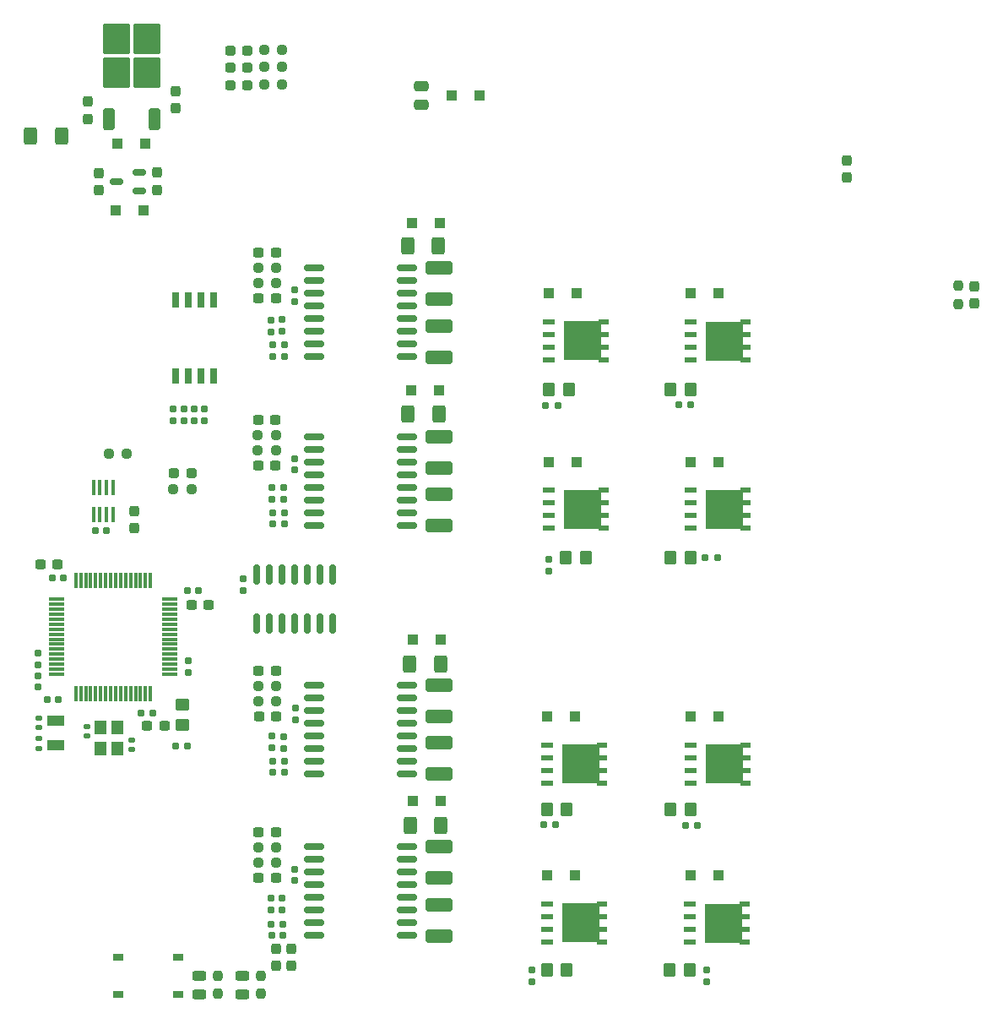
<source format=gtp>
%TF.GenerationSoftware,KiCad,Pcbnew,7.0.9*%
%TF.CreationDate,2024-10-14T12:04:04+09:00*%
%TF.ProjectId,schematic_MD,73636865-6d61-4746-9963-5f4d442e6b69,rev?*%
%TF.SameCoordinates,PX5a53c78PY8528228*%
%TF.FileFunction,Paste,Top*%
%TF.FilePolarity,Positive*%
%FSLAX46Y46*%
G04 Gerber Fmt 4.6, Leading zero omitted, Abs format (unit mm)*
G04 Created by KiCad (PCBNEW 7.0.9) date 2024-10-14 12:04:04*
%MOMM*%
%LPD*%
G01*
G04 APERTURE LIST*
G04 Aperture macros list*
%AMRoundRect*
0 Rectangle with rounded corners*
0 $1 Rounding radius*
0 $2 $3 $4 $5 $6 $7 $8 $9 X,Y pos of 4 corners*
0 Add a 4 corners polygon primitive as box body*
4,1,4,$2,$3,$4,$5,$6,$7,$8,$9,$2,$3,0*
0 Add four circle primitives for the rounded corners*
1,1,$1+$1,$2,$3*
1,1,$1+$1,$4,$5*
1,1,$1+$1,$6,$7*
1,1,$1+$1,$8,$9*
0 Add four rect primitives between the rounded corners*
20,1,$1+$1,$2,$3,$4,$5,0*
20,1,$1+$1,$4,$5,$6,$7,0*
20,1,$1+$1,$6,$7,$8,$9,0*
20,1,$1+$1,$8,$9,$2,$3,0*%
G04 Aperture macros list end*
%ADD10R,1.270000X0.610000*%
%ADD11R,1.020000X0.610000*%
%ADD12R,3.810000X3.910000*%
%ADD13RoundRect,0.250000X0.350000X-0.850000X0.350000X0.850000X-0.350000X0.850000X-0.350000X-0.850000X0*%
%ADD14RoundRect,0.250000X1.125000X-1.275000X1.125000X1.275000X-1.125000X1.275000X-1.125000X-1.275000X0*%
%ADD15RoundRect,0.237500X-0.250000X-0.237500X0.250000X-0.237500X0.250000X0.237500X-0.250000X0.237500X0*%
%ADD16RoundRect,0.237500X-0.287500X-0.237500X0.287500X-0.237500X0.287500X0.237500X-0.287500X0.237500X0*%
%ADD17RoundRect,0.237500X0.237500X-0.300000X0.237500X0.300000X-0.237500X0.300000X-0.237500X-0.300000X0*%
%ADD18RoundRect,0.160000X-0.160000X0.197500X-0.160000X-0.197500X0.160000X-0.197500X0.160000X0.197500X0*%
%ADD19R,0.760000X1.600000*%
%ADD20RoundRect,0.237500X-0.237500X0.250000X-0.237500X-0.250000X0.237500X-0.250000X0.237500X0.250000X0*%
%ADD21RoundRect,0.243750X-0.456250X0.243750X-0.456250X-0.243750X0.456250X-0.243750X0.456250X0.243750X0*%
%ADD22RoundRect,0.237500X0.300000X0.237500X-0.300000X0.237500X-0.300000X-0.237500X0.300000X-0.237500X0*%
%ADD23RoundRect,0.250000X-1.100000X0.412500X-1.100000X-0.412500X1.100000X-0.412500X1.100000X0.412500X0*%
%ADD24RoundRect,0.250000X-0.450000X0.350000X-0.450000X-0.350000X0.450000X-0.350000X0.450000X0.350000X0*%
%ADD25RoundRect,0.155000X0.212500X0.155000X-0.212500X0.155000X-0.212500X-0.155000X0.212500X-0.155000X0*%
%ADD26RoundRect,0.250000X-0.300000X-0.300000X0.300000X-0.300000X0.300000X0.300000X-0.300000X0.300000X0*%
%ADD27RoundRect,0.075000X0.075000X-0.700000X0.075000X0.700000X-0.075000X0.700000X-0.075000X-0.700000X0*%
%ADD28RoundRect,0.075000X0.700000X-0.075000X0.700000X0.075000X-0.700000X0.075000X-0.700000X-0.075000X0*%
%ADD29RoundRect,0.237500X0.250000X0.237500X-0.250000X0.237500X-0.250000X-0.237500X0.250000X-0.237500X0*%
%ADD30RoundRect,0.155000X-0.212500X-0.155000X0.212500X-0.155000X0.212500X0.155000X-0.212500X0.155000X0*%
%ADD31RoundRect,0.140000X-0.170000X0.140000X-0.170000X-0.140000X0.170000X-0.140000X0.170000X0.140000X0*%
%ADD32RoundRect,0.250000X-0.400000X-0.625000X0.400000X-0.625000X0.400000X0.625000X-0.400000X0.625000X0*%
%ADD33R,0.400000X1.560000*%
%ADD34RoundRect,0.250000X-0.475000X0.250000X-0.475000X-0.250000X0.475000X-0.250000X0.475000X0.250000X0*%
%ADD35R,1.000000X0.750000*%
%ADD36RoundRect,0.160000X0.197500X0.160000X-0.197500X0.160000X-0.197500X-0.160000X0.197500X-0.160000X0*%
%ADD37RoundRect,0.155000X-0.155000X0.212500X-0.155000X-0.212500X0.155000X-0.212500X0.155000X0.212500X0*%
%ADD38RoundRect,0.150000X0.150000X-0.825000X0.150000X0.825000X-0.150000X0.825000X-0.150000X-0.825000X0*%
%ADD39R,1.200000X1.400000*%
%ADD40RoundRect,0.250000X0.300000X0.300000X-0.300000X0.300000X-0.300000X-0.300000X0.300000X-0.300000X0*%
%ADD41RoundRect,0.250000X-0.350000X-0.450000X0.350000X-0.450000X0.350000X0.450000X-0.350000X0.450000X0*%
%ADD42RoundRect,0.150000X-0.875000X-0.150000X0.875000X-0.150000X0.875000X0.150000X-0.875000X0.150000X0*%
%ADD43RoundRect,0.155000X0.155000X-0.212500X0.155000X0.212500X-0.155000X0.212500X-0.155000X-0.212500X0*%
%ADD44RoundRect,0.250000X0.350000X0.450000X-0.350000X0.450000X-0.350000X-0.450000X0.350000X-0.450000X0*%
%ADD45RoundRect,0.237500X0.237500X-0.287500X0.237500X0.287500X-0.237500X0.287500X-0.237500X-0.287500X0*%
%ADD46RoundRect,0.237500X-0.237500X0.300000X-0.237500X-0.300000X0.237500X-0.300000X0.237500X0.300000X0*%
%ADD47RoundRect,0.150000X0.512500X0.150000X-0.512500X0.150000X-0.512500X-0.150000X0.512500X-0.150000X0*%
%ADD48R,1.800000X1.000000*%
%ADD49RoundRect,0.160000X-0.197500X-0.160000X0.197500X-0.160000X0.197500X0.160000X-0.197500X0.160000X0*%
%ADD50RoundRect,0.140000X0.170000X-0.140000X0.170000X0.140000X-0.170000X0.140000X-0.170000X-0.140000X0*%
%ADD51RoundRect,0.237500X0.237500X-0.250000X0.237500X0.250000X-0.237500X0.250000X-0.237500X-0.250000X0*%
%ADD52RoundRect,0.237500X-0.300000X-0.237500X0.300000X-0.237500X0.300000X0.237500X-0.300000X0.237500X0*%
%ADD53RoundRect,0.250000X0.400000X0.625000X-0.400000X0.625000X-0.400000X-0.625000X0.400000X-0.625000X0*%
G04 APERTURE END LIST*
D10*
%TO.C,Q6*%
X68645000Y69045000D03*
X68645000Y67775000D03*
X68645000Y66505000D03*
X68645000Y65235000D03*
D11*
X74110000Y67775000D03*
X74110000Y69045000D03*
X74110000Y65235000D03*
D12*
X72005000Y67140000D03*
D11*
X74110000Y66505000D03*
%TD*%
D10*
%TO.C,Q5*%
X68645000Y26670000D03*
X68645000Y25400000D03*
X68645000Y24130000D03*
X68645000Y22860000D03*
D11*
X74110000Y25400000D03*
X74110000Y26670000D03*
X74110000Y22860000D03*
D12*
X72005000Y24765000D03*
D11*
X74110000Y24130000D03*
%TD*%
D10*
%TO.C,Q2*%
X68650000Y52170000D03*
X68650000Y50900000D03*
X68650000Y49630000D03*
X68650000Y48360000D03*
D11*
X74115000Y50900000D03*
X74115000Y52170000D03*
X74115000Y48360000D03*
D12*
X72010000Y50265000D03*
D11*
X74115000Y49630000D03*
%TD*%
D10*
%TO.C,Q1*%
X68550000Y10705000D03*
X68550000Y9435000D03*
X68550000Y8165000D03*
X68550000Y6895000D03*
D11*
X74015000Y9435000D03*
X74015000Y10705000D03*
X74015000Y6895000D03*
D12*
X71910000Y8800000D03*
D11*
X74015000Y8165000D03*
%TD*%
D10*
%TO.C,Q8*%
X54445000Y69070000D03*
X54445000Y67800000D03*
X54445000Y66530000D03*
X54445000Y65260000D03*
D12*
X57805000Y67165000D03*
D11*
X59910000Y69070000D03*
X59910000Y67800000D03*
X59910000Y66530000D03*
X59910000Y65260000D03*
%TD*%
D10*
%TO.C,Q7*%
X54245000Y26640000D03*
X54245000Y25370000D03*
X54245000Y24100000D03*
X54245000Y22830000D03*
D12*
X57605000Y24735000D03*
D11*
X59710000Y26640000D03*
X59710000Y25370000D03*
X59710000Y24100000D03*
X59710000Y22830000D03*
%TD*%
D10*
%TO.C,Q4*%
X54445000Y52170000D03*
X54445000Y50900000D03*
X54445000Y49630000D03*
X54445000Y48360000D03*
D12*
X57805000Y50265000D03*
D11*
X59910000Y52170000D03*
X59910000Y50900000D03*
X59910000Y49630000D03*
X59910000Y48360000D03*
%TD*%
D10*
%TO.C,Q3*%
X54250000Y10735000D03*
X54250000Y9465000D03*
X54250000Y8195000D03*
X54250000Y6925000D03*
D12*
X57610000Y8830000D03*
D11*
X59715000Y10735000D03*
X59715000Y9465000D03*
X59715000Y8195000D03*
X59715000Y6925000D03*
%TD*%
D13*
%TO.C,U8*%
X14846000Y89408200D03*
D14*
X14091000Y97383200D03*
X11041000Y97383200D03*
X14091000Y94033200D03*
X11041000Y94033200D03*
D13*
X10286000Y89408200D03*
%TD*%
D15*
%TO.C,R50*%
X16752500Y52325000D03*
X18577500Y52325000D03*
%TD*%
D16*
%TO.C,D22*%
X16822500Y53925000D03*
X18572500Y53925000D03*
%TD*%
D17*
%TO.C,C61*%
X27065000Y4512500D03*
X27065000Y6237500D03*
%TD*%
%TO.C,C60*%
X28615000Y4512500D03*
X28615000Y6237500D03*
%TD*%
D18*
%TO.C,R49*%
X16765000Y60322500D03*
X16765000Y59127500D03*
%TD*%
%TO.C,R48*%
X17815000Y60322500D03*
X17815000Y59127500D03*
%TD*%
%TO.C,R47*%
X18865000Y60322500D03*
X18865000Y59127500D03*
%TD*%
%TO.C,R46*%
X19867500Y60322500D03*
X19867500Y59127500D03*
%TD*%
D19*
%TO.C,SW2*%
X16975000Y63605000D03*
X18245000Y63605000D03*
X19515000Y63605000D03*
X20785000Y63605000D03*
X20785000Y71225000D03*
X19515000Y71225000D03*
X18245000Y71225000D03*
X16975000Y71225000D03*
%TD*%
D20*
%TO.C,R45*%
X25530000Y3530500D03*
X25530000Y1705500D03*
%TD*%
D21*
%TO.C,D20*%
X23680000Y3505500D03*
X23680000Y1630500D03*
%TD*%
D22*
%TO.C,C54*%
X26997000Y59228000D03*
X25272000Y59228000D03*
%TD*%
D23*
%TO.C,C15*%
X43400000Y32662500D03*
X43400000Y29537500D03*
%TD*%
D18*
%TO.C,R26*%
X52700000Y4097500D03*
X52700000Y2902500D03*
%TD*%
D24*
%TO.C,L2*%
X17666000Y28708200D03*
X17666000Y30708200D03*
%TD*%
D25*
%TO.C,C28*%
X5227500Y31241200D03*
X4092500Y31241200D03*
%TD*%
D26*
%TO.C,D21*%
X44697000Y91740000D03*
X47497000Y91740000D03*
%TD*%
D27*
%TO.C,U6*%
X6966000Y31833200D03*
X7466000Y31833200D03*
X7966000Y31833200D03*
X8466000Y31833200D03*
X8966000Y31833200D03*
X9466000Y31833200D03*
X9966000Y31833200D03*
X10466000Y31833200D03*
X10966000Y31833200D03*
X11466000Y31833200D03*
X11966000Y31833200D03*
X12466000Y31833200D03*
X12966000Y31833200D03*
X13466000Y31833200D03*
X13966000Y31833200D03*
X14466000Y31833200D03*
D28*
X16391000Y33758200D03*
X16391000Y34258200D03*
X16391000Y34758200D03*
X16391000Y35258200D03*
X16391000Y35758200D03*
X16391000Y36258200D03*
X16391000Y36758200D03*
X16391000Y37258200D03*
X16391000Y37758200D03*
X16391000Y38258200D03*
X16391000Y38758200D03*
X16391000Y39258200D03*
X16391000Y39758200D03*
X16391000Y40258200D03*
X16391000Y40758200D03*
X16391000Y41258200D03*
D27*
X14466000Y43183200D03*
X13966000Y43183200D03*
X13466000Y43183200D03*
X12966000Y43183200D03*
X12466000Y43183200D03*
X11966000Y43183200D03*
X11466000Y43183200D03*
X10966000Y43183200D03*
X10466000Y43183200D03*
X9966000Y43183200D03*
X9466000Y43183200D03*
X8966000Y43183200D03*
X8466000Y43183200D03*
X7966000Y43183200D03*
X7466000Y43183200D03*
X6966000Y43183200D03*
D28*
X5041000Y41258200D03*
X5041000Y40758200D03*
X5041000Y40258200D03*
X5041000Y39758200D03*
X5041000Y39258200D03*
X5041000Y38758200D03*
X5041000Y38258200D03*
X5041000Y37758200D03*
X5041000Y37258200D03*
X5041000Y36758200D03*
X5041000Y36258200D03*
X5041000Y35758200D03*
X5041000Y35258200D03*
X5041000Y34758200D03*
X5041000Y34258200D03*
X5041000Y33758200D03*
%TD*%
D29*
%TO.C,R16*%
X27666500Y92808000D03*
X25841500Y92808000D03*
%TD*%
D22*
%TO.C,C52*%
X26997000Y54656000D03*
X25272000Y54656000D03*
%TD*%
%TO.C,C53*%
X27020500Y17953000D03*
X25295500Y17953000D03*
%TD*%
D30*
%TO.C,C29*%
X16997500Y26525000D03*
X18132500Y26525000D03*
%TD*%
D31*
%TO.C,C42*%
X3266000Y29388200D03*
X3266000Y28428200D03*
%TD*%
D32*
%TO.C,R5*%
X40450000Y34800000D03*
X43550000Y34800000D03*
%TD*%
D26*
%TO.C,D18*%
X10978500Y80208200D03*
X13778500Y80208200D03*
%TD*%
D31*
%TO.C,C32*%
X8100000Y27528200D03*
X8100000Y28488200D03*
%TD*%
D15*
%TO.C,R43*%
X25245500Y74468000D03*
X27070500Y74468000D03*
%TD*%
D33*
%TO.C,U7*%
X8736000Y49758200D03*
X9386000Y49758200D03*
X10046000Y49758200D03*
X10696000Y49758200D03*
X10696000Y52458200D03*
X10046000Y52458200D03*
X9386000Y52458200D03*
X8736000Y52458200D03*
%TD*%
D34*
%TO.C,C43*%
X41600000Y92700000D03*
X41600000Y90800000D03*
%TD*%
D23*
%TO.C,C21*%
X43400000Y74462500D03*
X43400000Y71337500D03*
%TD*%
D35*
%TO.C,SW1*%
X17220000Y1625000D03*
X11220000Y1625000D03*
X17220000Y5375000D03*
X11220000Y5375000D03*
%TD*%
D18*
%TO.C,R27*%
X54400000Y45300000D03*
X54400000Y44105000D03*
%TD*%
D17*
%TO.C,C26*%
X84300000Y83537500D03*
X84300000Y85262500D03*
%TD*%
D25*
%TO.C,C40*%
X5713500Y43408200D03*
X4578500Y43408200D03*
%TD*%
D36*
%TO.C,R35*%
X27898500Y66736000D03*
X26703500Y66736000D03*
%TD*%
D37*
%TO.C,C37*%
X18236000Y35075700D03*
X18236000Y33940700D03*
%TD*%
D23*
%TO.C,C25*%
X43400000Y68662500D03*
X43400000Y65537500D03*
%TD*%
D36*
%TO.C,R30*%
X55100000Y18700000D03*
X53905000Y18700000D03*
%TD*%
D38*
%TO.C,U11*%
X25120000Y38800000D03*
X26390000Y38800000D03*
X27660000Y38800000D03*
X28930000Y38800000D03*
X30200000Y38800000D03*
X31470000Y38800000D03*
X32740000Y38800000D03*
X32740000Y43750000D03*
X31470000Y43750000D03*
X30200000Y43750000D03*
X28930000Y43750000D03*
X27660000Y43750000D03*
X26390000Y43750000D03*
X25120000Y43750000D03*
%TD*%
D23*
%TO.C,C23*%
X43400000Y57562500D03*
X43400000Y54437500D03*
%TD*%
D39*
%TO.C,Y1*%
X11166000Y28458200D03*
X11166000Y26258200D03*
X9466000Y26258200D03*
X9466000Y28458200D03*
%TD*%
D30*
%TO.C,C39*%
X18130000Y42090200D03*
X19265000Y42090200D03*
%TD*%
D23*
%TO.C,C19*%
X43400000Y26862500D03*
X43400000Y23737500D03*
%TD*%
D40*
%TO.C,D13*%
X57005000Y13565000D03*
X54205000Y13565000D03*
%TD*%
D32*
%TO.C,R4*%
X40500000Y18635000D03*
X43600000Y18635000D03*
%TD*%
D29*
%TO.C,R15*%
X12108500Y55873004D03*
X10283500Y55873004D03*
%TD*%
D41*
%TO.C,R9*%
X66600000Y45400000D03*
X68600000Y45400000D03*
%TD*%
D20*
%TO.C,R44*%
X21194000Y3529000D03*
X21194000Y1704000D03*
%TD*%
D15*
%TO.C,R40*%
X25245500Y31034000D03*
X27070500Y31034000D03*
%TD*%
D37*
%TO.C,C22*%
X28952000Y55350500D03*
X28952000Y54215500D03*
%TD*%
D22*
%TO.C,C31*%
X14116000Y28608200D03*
X15841000Y28608200D03*
%TD*%
D40*
%TO.C,D14*%
X57000000Y29500000D03*
X54200000Y29500000D03*
%TD*%
D18*
%TO.C,R21*%
X27809000Y52459500D03*
X27809000Y51264500D03*
%TD*%
D16*
%TO.C,D8*%
X22450000Y96200000D03*
X24200000Y96200000D03*
%TD*%
D42*
%TO.C,U3*%
X30850000Y57545000D03*
X30850000Y56275000D03*
X30850000Y55005000D03*
X30850000Y53735000D03*
X30850000Y52465000D03*
X30850000Y51195000D03*
X30850000Y49925000D03*
X30850000Y48655000D03*
X40150000Y48655000D03*
X40150000Y49925000D03*
X40150000Y51195000D03*
X40150000Y52465000D03*
X40150000Y53735000D03*
X40150000Y55005000D03*
X40150000Y56275000D03*
X40150000Y57545000D03*
%TD*%
D43*
%TO.C,C33*%
X3216000Y32440700D03*
X3216000Y33575700D03*
%TD*%
D15*
%TO.C,R37*%
X25222000Y57704000D03*
X27047000Y57704000D03*
%TD*%
D29*
%TO.C,R18*%
X27666500Y96327000D03*
X25841500Y96327000D03*
%TD*%
D15*
%TO.C,R41*%
X25245500Y32558000D03*
X27070500Y32558000D03*
%TD*%
D40*
%TO.C,D10*%
X71400000Y55000000D03*
X68600000Y55000000D03*
%TD*%
D36*
%TO.C,R28*%
X69300000Y18600000D03*
X68105000Y18600000D03*
%TD*%
D42*
%TO.C,U4*%
X30850000Y32645000D03*
X30850000Y31375000D03*
X30850000Y30105000D03*
X30850000Y28835000D03*
X30850000Y27565000D03*
X30850000Y26295000D03*
X30850000Y25025000D03*
X30850000Y23755000D03*
X40150000Y23755000D03*
X40150000Y25025000D03*
X40150000Y26295000D03*
X40150000Y27565000D03*
X40150000Y28835000D03*
X40150000Y30105000D03*
X40150000Y31375000D03*
X40150000Y32645000D03*
%TD*%
D18*
%TO.C,R23*%
X27682000Y69313000D03*
X27682000Y68118000D03*
%TD*%
D41*
%TO.C,R2*%
X66505000Y4100000D03*
X68505000Y4100000D03*
%TD*%
D22*
%TO.C,C56*%
X27020500Y34082000D03*
X25295500Y34082000D03*
%TD*%
D36*
%TO.C,R33*%
X27898500Y49957000D03*
X26703500Y49957000D03*
%TD*%
D44*
%TO.C,R10*%
X58100000Y45400000D03*
X56100000Y45400000D03*
%TD*%
D45*
%TO.C,D17*%
X97100000Y70900000D03*
X97100000Y72650000D03*
%TD*%
D37*
%TO.C,C20*%
X28900000Y72241500D03*
X28900000Y71106500D03*
%TD*%
D23*
%TO.C,C24*%
X43400000Y51762500D03*
X43400000Y48637500D03*
%TD*%
D41*
%TO.C,R6*%
X66600000Y20200000D03*
X68600000Y20200000D03*
%TD*%
D46*
%TO.C,C3*%
X9316000Y83970700D03*
X9316000Y82245700D03*
%TD*%
D29*
%TO.C,R17*%
X27666500Y94627000D03*
X25841500Y94627000D03*
%TD*%
D40*
%TO.C,D4*%
X43500000Y79000000D03*
X40700000Y79000000D03*
%TD*%
D43*
%TO.C,C47*%
X26666000Y26402500D03*
X26666000Y27537500D03*
%TD*%
D47*
%TO.C,U2*%
X13353500Y82158200D03*
X13353500Y84058200D03*
X11078500Y83108200D03*
%TD*%
D22*
%TO.C,C58*%
X27020500Y75992000D03*
X25295500Y75992000D03*
%TD*%
D32*
%TO.C,R13*%
X40250000Y76700000D03*
X43350000Y76700000D03*
%TD*%
D15*
%TO.C,R36*%
X25245500Y16429000D03*
X27070500Y16429000D03*
%TD*%
D40*
%TO.C,D3*%
X43400000Y62200000D03*
X40600000Y62200000D03*
%TD*%
D22*
%TO.C,C55*%
X27047000Y29510000D03*
X25322000Y29510000D03*
%TD*%
D48*
%TO.C,Y2*%
X4916000Y29108200D03*
X4916000Y26608200D03*
%TD*%
D18*
%TO.C,R24*%
X70200000Y4100000D03*
X70200000Y2905000D03*
%TD*%
D44*
%TO.C,R12*%
X56400000Y62300000D03*
X54400000Y62300000D03*
%TD*%
D49*
%TO.C,R25*%
X70105000Y45400000D03*
X71300000Y45400000D03*
%TD*%
D40*
%TO.C,D16*%
X57200000Y71900000D03*
X54400000Y71900000D03*
%TD*%
D44*
%TO.C,R3*%
X56205000Y4100000D03*
X54205000Y4100000D03*
%TD*%
D16*
%TO.C,D7*%
X22450000Y94500000D03*
X24200000Y94500000D03*
%TD*%
D40*
%TO.C,D12*%
X71395000Y71900000D03*
X68595000Y71900000D03*
%TD*%
D36*
%TO.C,R34*%
X27936000Y25065000D03*
X26741000Y25065000D03*
%TD*%
D25*
%TO.C,C45*%
X27868500Y23930000D03*
X26733500Y23930000D03*
%TD*%
D26*
%TO.C,D5*%
X11100000Y86900000D03*
X13900000Y86900000D03*
%TD*%
D44*
%TO.C,R7*%
X56200000Y20200000D03*
X54200000Y20200000D03*
%TD*%
D36*
%TO.C,R31*%
X55295000Y60700000D03*
X54100000Y60700000D03*
%TD*%
%TO.C,R29*%
X68600000Y60800000D03*
X67405000Y60800000D03*
%TD*%
D37*
%TO.C,C16*%
X28952000Y14202500D03*
X28952000Y13067500D03*
%TD*%
D25*
%TO.C,C44*%
X27868500Y48814000D03*
X26733500Y48814000D03*
%TD*%
D50*
%TO.C,C41*%
X3266000Y26328200D03*
X3266000Y27288200D03*
%TD*%
D36*
%TO.C,R32*%
X27771500Y8682000D03*
X26576500Y8682000D03*
%TD*%
D17*
%TO.C,C7*%
X8136000Y89408200D03*
X8136000Y91133200D03*
%TD*%
D32*
%TO.C,R8*%
X40300000Y59800000D03*
X43400000Y59800000D03*
%TD*%
D16*
%TO.C,D6*%
X22450000Y92800000D03*
X24200000Y92800000D03*
%TD*%
D22*
%TO.C,C57*%
X27020500Y71420000D03*
X25295500Y71420000D03*
%TD*%
D51*
%TO.C,R19*%
X95449000Y70862500D03*
X95449000Y72687500D03*
%TD*%
D15*
%TO.C,R42*%
X25245500Y72944000D03*
X27070500Y72944000D03*
%TD*%
D46*
%TO.C,C4*%
X15116000Y84008200D03*
X15116000Y82283200D03*
%TD*%
D18*
%TO.C,R14*%
X3216000Y35835700D03*
X3216000Y34640700D03*
%TD*%
D43*
%TO.C,C48*%
X26539000Y68073500D03*
X26539000Y69208500D03*
%TD*%
D52*
%TO.C,C36*%
X18553500Y40718200D03*
X20278500Y40718200D03*
%TD*%
D43*
%TO.C,C50*%
X26666000Y51294500D03*
X26666000Y52429500D03*
%TD*%
D41*
%TO.C,R11*%
X66600000Y62300000D03*
X68600000Y62300000D03*
%TD*%
D17*
%TO.C,C30*%
X12800000Y48400000D03*
X12800000Y50125000D03*
%TD*%
D21*
%TO.C,D19*%
X19315000Y3512500D03*
X19315000Y1637500D03*
%TD*%
D23*
%TO.C,C18*%
X43400000Y16462500D03*
X43400000Y13337500D03*
%TD*%
D42*
%TO.C,U5*%
X30850000Y74445000D03*
X30850000Y73175000D03*
X30850000Y71905000D03*
X30850000Y70635000D03*
X30850000Y69365000D03*
X30850000Y68095000D03*
X30850000Y66825000D03*
X30850000Y65555000D03*
X40150000Y65555000D03*
X40150000Y66825000D03*
X40150000Y68095000D03*
X40150000Y69365000D03*
X40150000Y70635000D03*
X40150000Y71905000D03*
X40150000Y73175000D03*
X40150000Y74445000D03*
%TD*%
D18*
%TO.C,R20*%
X27682000Y11325000D03*
X27682000Y10130000D03*
%TD*%
D40*
%TO.C,D1*%
X43600000Y21010000D03*
X40800000Y21010000D03*
%TD*%
D37*
%TO.C,C13*%
X23790000Y43300000D03*
X23790000Y42165000D03*
%TD*%
D15*
%TO.C,R38*%
X25245500Y14905000D03*
X27070500Y14905000D03*
%TD*%
D25*
%TO.C,C46*%
X27868500Y65593000D03*
X26733500Y65593000D03*
%TD*%
%TO.C,C5*%
X10033500Y48138200D03*
X8898500Y48138200D03*
%TD*%
D22*
%TO.C,C51*%
X27044000Y13381000D03*
X25319000Y13381000D03*
%TD*%
D37*
%TO.C,C14*%
X29000000Y30331500D03*
X29000000Y29196500D03*
%TD*%
D43*
%TO.C,C49*%
X26539000Y10146500D03*
X26539000Y11281500D03*
%TD*%
D40*
%TO.C,D11*%
X71400000Y29500000D03*
X68600000Y29500000D03*
%TD*%
%TO.C,D15*%
X57200000Y55000000D03*
X54400000Y55000000D03*
%TD*%
D23*
%TO.C,C17*%
X43400000Y10662500D03*
X43400000Y7537500D03*
%TD*%
D17*
%TO.C,C6*%
X16986000Y90437500D03*
X16986000Y92162500D03*
%TD*%
D22*
%TO.C,C38*%
X5166000Y44788200D03*
X3441000Y44788200D03*
%TD*%
D25*
%TO.C,C34*%
X14672500Y29890200D03*
X13537500Y29890200D03*
%TD*%
D42*
%TO.C,U1*%
X30850000Y16445000D03*
X30850000Y15175000D03*
X30850000Y13905000D03*
X30850000Y12635000D03*
X30850000Y11365000D03*
X30850000Y10095000D03*
X30850000Y8825000D03*
X30850000Y7555000D03*
X40150000Y7555000D03*
X40150000Y8825000D03*
X40150000Y10095000D03*
X40150000Y11365000D03*
X40150000Y12635000D03*
X40150000Y13905000D03*
X40150000Y15175000D03*
X40150000Y16445000D03*
%TD*%
D40*
%TO.C,D2*%
X43600000Y37200000D03*
X40800000Y37200000D03*
%TD*%
%TO.C,D9*%
X71400000Y13600000D03*
X68600000Y13600000D03*
%TD*%
D25*
%TO.C,C27*%
X27740500Y7603000D03*
X26605500Y7603000D03*
%TD*%
D31*
%TO.C,C35*%
X12566000Y26228200D03*
X12566000Y27188200D03*
%TD*%
D53*
%TO.C,R1*%
X5516000Y87708200D03*
X2416000Y87708200D03*
%TD*%
D18*
%TO.C,R22*%
X27809000Y27525000D03*
X27809000Y26330000D03*
%TD*%
D15*
%TO.C,R39*%
X25222000Y56180000D03*
X27047000Y56180000D03*
%TD*%
M02*

</source>
